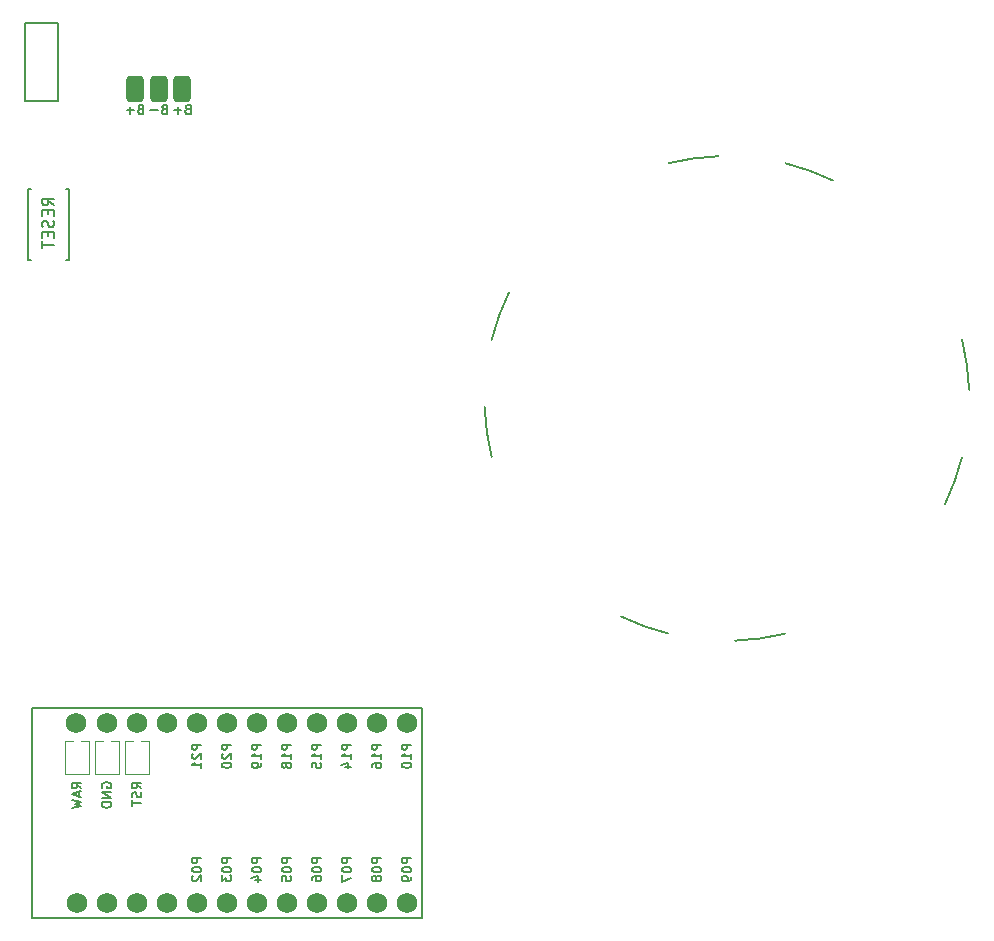
<source format=gbr>
%TF.GenerationSoftware,KiCad,Pcbnew,(6.0.4)*%
%TF.CreationDate,2022-07-07T20:03:21+02:00*%
%TF.ProjectId,battoota_min,62617474-6f6f-4746-915f-6d696e2e6b69,v1.0.0*%
%TF.SameCoordinates,Original*%
%TF.FileFunction,Legend,Bot*%
%TF.FilePolarity,Positive*%
%FSLAX46Y46*%
G04 Gerber Fmt 4.6, Leading zero omitted, Abs format (unit mm)*
G04 Created by KiCad (PCBNEW (6.0.4)) date 2022-07-07 20:03:21*
%MOMM*%
%LPD*%
G01*
G04 APERTURE LIST*
G04 Aperture macros list*
%AMRoundRect*
0 Rectangle with rounded corners*
0 $1 Rounding radius*
0 $2 $3 $4 $5 $6 $7 $8 $9 X,Y pos of 4 corners*
0 Add a 4 corners polygon primitive as box body*
4,1,4,$2,$3,$4,$5,$6,$7,$8,$9,$2,$3,0*
0 Add four circle primitives for the rounded corners*
1,1,$1+$1,$2,$3*
1,1,$1+$1,$4,$5*
1,1,$1+$1,$6,$7*
1,1,$1+$1,$8,$9*
0 Add four rect primitives between the rounded corners*
20,1,$1+$1,$2,$3,$4,$5,0*
20,1,$1+$1,$4,$5,$6,$7,0*
20,1,$1+$1,$6,$7,$8,$9,0*
20,1,$1+$1,$8,$9,$2,$3,0*%
G04 Aperture macros list end*
%ADD10C,0.150000*%
%ADD11C,0.200000*%
%ADD12C,0.120000*%
%ADD13RoundRect,0.375000X-0.375000X-0.750000X0.375000X-0.750000X0.375000X0.750000X-0.375000X0.750000X0*%
%ADD14C,1.752600*%
G04 APERTURE END LIST*
D10*
%TO.C,PAD1*%
X207473441Y-68066973D02*
X207359155Y-68105068D01*
X207321060Y-68143163D01*
X207282965Y-68219354D01*
X207282965Y-68333639D01*
X207321060Y-68409830D01*
X207359155Y-68447925D01*
X207435346Y-68486020D01*
X207740107Y-68486020D01*
X207740107Y-67686020D01*
X207473441Y-67686020D01*
X207397250Y-67724116D01*
X207359155Y-67762211D01*
X207321060Y-67838401D01*
X207321060Y-67914592D01*
X207359155Y-67990782D01*
X207397250Y-68028877D01*
X207473441Y-68066973D01*
X207740107Y-68066973D01*
X206940107Y-68181258D02*
X206330584Y-68181258D01*
X206635346Y-68486020D02*
X206635346Y-67876496D01*
X203473441Y-68066973D02*
X203359155Y-68105068D01*
X203321060Y-68143163D01*
X203282965Y-68219354D01*
X203282965Y-68333639D01*
X203321060Y-68409830D01*
X203359155Y-68447925D01*
X203435346Y-68486020D01*
X203740107Y-68486020D01*
X203740107Y-67686020D01*
X203473441Y-67686020D01*
X203397250Y-67724116D01*
X203359155Y-67762211D01*
X203321060Y-67838401D01*
X203321060Y-67914592D01*
X203359155Y-67990782D01*
X203397250Y-68028877D01*
X203473441Y-68066973D01*
X203740107Y-68066973D01*
X202940107Y-68181258D02*
X202330584Y-68181258D01*
X202635346Y-68486020D02*
X202635346Y-67876496D01*
X205473441Y-68066973D02*
X205359155Y-68105068D01*
X205321060Y-68143163D01*
X205282965Y-68219354D01*
X205282965Y-68333639D01*
X205321060Y-68409830D01*
X205359155Y-68447925D01*
X205435346Y-68486020D01*
X205740107Y-68486020D01*
X205740107Y-67686020D01*
X205473441Y-67686020D01*
X205397250Y-67724116D01*
X205359155Y-67762211D01*
X205321060Y-67838401D01*
X205321060Y-67914592D01*
X205359155Y-67990782D01*
X205397250Y-68028877D01*
X205473441Y-68066973D01*
X205740107Y-68066973D01*
X204940107Y-68181258D02*
X204330584Y-68181258D01*
%TO.C,B1*%
X196159380Y-76219619D02*
X195683190Y-75886285D01*
X196159380Y-75648190D02*
X195159380Y-75648190D01*
X195159380Y-76029142D01*
X195207000Y-76124380D01*
X195254619Y-76172000D01*
X195349857Y-76219619D01*
X195492714Y-76219619D01*
X195587952Y-76172000D01*
X195635571Y-76124380D01*
X195683190Y-76029142D01*
X195683190Y-75648190D01*
X195635571Y-76648190D02*
X195635571Y-76981523D01*
X196159380Y-77124380D02*
X196159380Y-76648190D01*
X195159380Y-76648190D01*
X195159380Y-77124380D01*
X196111761Y-77505333D02*
X196159380Y-77648190D01*
X196159380Y-77886285D01*
X196111761Y-77981523D01*
X196064142Y-78029142D01*
X195968904Y-78076761D01*
X195873666Y-78076761D01*
X195778428Y-78029142D01*
X195730809Y-77981523D01*
X195683190Y-77886285D01*
X195635571Y-77695809D01*
X195587952Y-77600571D01*
X195540333Y-77552952D01*
X195445095Y-77505333D01*
X195349857Y-77505333D01*
X195254619Y-77552952D01*
X195207000Y-77600571D01*
X195159380Y-77695809D01*
X195159380Y-77933904D01*
X195207000Y-78076761D01*
X195635571Y-78505333D02*
X195635571Y-78838666D01*
X196159380Y-78981523D02*
X196159380Y-78505333D01*
X195159380Y-78505333D01*
X195159380Y-78981523D01*
X195159380Y-79267238D02*
X195159380Y-79838666D01*
X196159380Y-79552952D02*
X195159380Y-79552952D01*
%TO.C,MCU1*%
X218801904Y-121863571D02*
X218001904Y-121863571D01*
X218001904Y-122168333D01*
X218040000Y-122244523D01*
X218078095Y-122282619D01*
X218154285Y-122320714D01*
X218268571Y-122320714D01*
X218344761Y-122282619D01*
X218382857Y-122244523D01*
X218420952Y-122168333D01*
X218420952Y-121863571D01*
X218801904Y-123082619D02*
X218801904Y-122625476D01*
X218801904Y-122854047D02*
X218001904Y-122854047D01*
X218116190Y-122777857D01*
X218192380Y-122701666D01*
X218230476Y-122625476D01*
X218001904Y-123806428D02*
X218001904Y-123425476D01*
X218382857Y-123387380D01*
X218344761Y-123425476D01*
X218306666Y-123501666D01*
X218306666Y-123692142D01*
X218344761Y-123768333D01*
X218382857Y-123806428D01*
X218459047Y-123844523D01*
X218649523Y-123844523D01*
X218725714Y-123806428D01*
X218763809Y-123768333D01*
X218801904Y-123692142D01*
X218801904Y-123501666D01*
X218763809Y-123425476D01*
X218725714Y-123387380D01*
X221341904Y-131463571D02*
X220541904Y-131463571D01*
X220541904Y-131768333D01*
X220580000Y-131844523D01*
X220618095Y-131882619D01*
X220694285Y-131920714D01*
X220808571Y-131920714D01*
X220884761Y-131882619D01*
X220922857Y-131844523D01*
X220960952Y-131768333D01*
X220960952Y-131463571D01*
X220541904Y-132415952D02*
X220541904Y-132492142D01*
X220580000Y-132568333D01*
X220618095Y-132606428D01*
X220694285Y-132644523D01*
X220846666Y-132682619D01*
X221037142Y-132682619D01*
X221189523Y-132644523D01*
X221265714Y-132606428D01*
X221303809Y-132568333D01*
X221341904Y-132492142D01*
X221341904Y-132415952D01*
X221303809Y-132339761D01*
X221265714Y-132301666D01*
X221189523Y-132263571D01*
X221037142Y-132225476D01*
X220846666Y-132225476D01*
X220694285Y-132263571D01*
X220618095Y-132301666D01*
X220580000Y-132339761D01*
X220541904Y-132415952D01*
X220541904Y-132949285D02*
X220541904Y-133482619D01*
X221341904Y-133139761D01*
X216261904Y-121863571D02*
X215461904Y-121863571D01*
X215461904Y-122168333D01*
X215500000Y-122244523D01*
X215538095Y-122282619D01*
X215614285Y-122320714D01*
X215728571Y-122320714D01*
X215804761Y-122282619D01*
X215842857Y-122244523D01*
X215880952Y-122168333D01*
X215880952Y-121863571D01*
X216261904Y-123082619D02*
X216261904Y-122625476D01*
X216261904Y-122854047D02*
X215461904Y-122854047D01*
X215576190Y-122777857D01*
X215652380Y-122701666D01*
X215690476Y-122625476D01*
X215804761Y-123539761D02*
X215766666Y-123463571D01*
X215728571Y-123425476D01*
X215652380Y-123387380D01*
X215614285Y-123387380D01*
X215538095Y-123425476D01*
X215500000Y-123463571D01*
X215461904Y-123539761D01*
X215461904Y-123692142D01*
X215500000Y-123768333D01*
X215538095Y-123806428D01*
X215614285Y-123844523D01*
X215652380Y-123844523D01*
X215728571Y-123806428D01*
X215766666Y-123768333D01*
X215804761Y-123692142D01*
X215804761Y-123539761D01*
X215842857Y-123463571D01*
X215880952Y-123425476D01*
X215957142Y-123387380D01*
X216109523Y-123387380D01*
X216185714Y-123425476D01*
X216223809Y-123463571D01*
X216261904Y-123539761D01*
X216261904Y-123692142D01*
X216223809Y-123768333D01*
X216185714Y-123806428D01*
X216109523Y-123844523D01*
X215957142Y-123844523D01*
X215880952Y-123806428D01*
X215842857Y-123768333D01*
X215804761Y-123692142D01*
X213721904Y-121863571D02*
X212921904Y-121863571D01*
X212921904Y-122168333D01*
X212960000Y-122244523D01*
X212998095Y-122282619D01*
X213074285Y-122320714D01*
X213188571Y-122320714D01*
X213264761Y-122282619D01*
X213302857Y-122244523D01*
X213340952Y-122168333D01*
X213340952Y-121863571D01*
X213721904Y-123082619D02*
X213721904Y-122625476D01*
X213721904Y-122854047D02*
X212921904Y-122854047D01*
X213036190Y-122777857D01*
X213112380Y-122701666D01*
X213150476Y-122625476D01*
X213721904Y-123463571D02*
X213721904Y-123615952D01*
X213683809Y-123692142D01*
X213645714Y-123730238D01*
X213531428Y-123806428D01*
X213379047Y-123844523D01*
X213074285Y-123844523D01*
X212998095Y-123806428D01*
X212960000Y-123768333D01*
X212921904Y-123692142D01*
X212921904Y-123539761D01*
X212960000Y-123463571D01*
X212998095Y-123425476D01*
X213074285Y-123387380D01*
X213264761Y-123387380D01*
X213340952Y-123425476D01*
X213379047Y-123463571D01*
X213417142Y-123539761D01*
X213417142Y-123692142D01*
X213379047Y-123768333D01*
X213340952Y-123806428D01*
X213264761Y-123844523D01*
X216261904Y-131463571D02*
X215461904Y-131463571D01*
X215461904Y-131768333D01*
X215500000Y-131844523D01*
X215538095Y-131882619D01*
X215614285Y-131920714D01*
X215728571Y-131920714D01*
X215804761Y-131882619D01*
X215842857Y-131844523D01*
X215880952Y-131768333D01*
X215880952Y-131463571D01*
X215461904Y-132415952D02*
X215461904Y-132492142D01*
X215500000Y-132568333D01*
X215538095Y-132606428D01*
X215614285Y-132644523D01*
X215766666Y-132682619D01*
X215957142Y-132682619D01*
X216109523Y-132644523D01*
X216185714Y-132606428D01*
X216223809Y-132568333D01*
X216261904Y-132492142D01*
X216261904Y-132415952D01*
X216223809Y-132339761D01*
X216185714Y-132301666D01*
X216109523Y-132263571D01*
X215957142Y-132225476D01*
X215766666Y-132225476D01*
X215614285Y-132263571D01*
X215538095Y-132301666D01*
X215500000Y-132339761D01*
X215461904Y-132415952D01*
X215461904Y-133406428D02*
X215461904Y-133025476D01*
X215842857Y-132987380D01*
X215804761Y-133025476D01*
X215766666Y-133101666D01*
X215766666Y-133292142D01*
X215804761Y-133368333D01*
X215842857Y-133406428D01*
X215919047Y-133444523D01*
X216109523Y-133444523D01*
X216185714Y-133406428D01*
X216223809Y-133368333D01*
X216261904Y-133292142D01*
X216261904Y-133101666D01*
X216223809Y-133025476D01*
X216185714Y-132987380D01*
X211181904Y-121863571D02*
X210381904Y-121863571D01*
X210381904Y-122168333D01*
X210420000Y-122244523D01*
X210458095Y-122282619D01*
X210534285Y-122320714D01*
X210648571Y-122320714D01*
X210724761Y-122282619D01*
X210762857Y-122244523D01*
X210800952Y-122168333D01*
X210800952Y-121863571D01*
X210458095Y-122625476D02*
X210420000Y-122663571D01*
X210381904Y-122739761D01*
X210381904Y-122930238D01*
X210420000Y-123006428D01*
X210458095Y-123044523D01*
X210534285Y-123082619D01*
X210610476Y-123082619D01*
X210724761Y-123044523D01*
X211181904Y-122587380D01*
X211181904Y-123082619D01*
X210381904Y-123577857D02*
X210381904Y-123654047D01*
X210420000Y-123730238D01*
X210458095Y-123768333D01*
X210534285Y-123806428D01*
X210686666Y-123844523D01*
X210877142Y-123844523D01*
X211029523Y-123806428D01*
X211105714Y-123768333D01*
X211143809Y-123730238D01*
X211181904Y-123654047D01*
X211181904Y-123577857D01*
X211143809Y-123501666D01*
X211105714Y-123463571D01*
X211029523Y-123425476D01*
X210877142Y-123387380D01*
X210686666Y-123387380D01*
X210534285Y-123425476D01*
X210458095Y-123463571D01*
X210420000Y-123501666D01*
X210381904Y-123577857D01*
X223881904Y-131463571D02*
X223081904Y-131463571D01*
X223081904Y-131768333D01*
X223120000Y-131844523D01*
X223158095Y-131882619D01*
X223234285Y-131920714D01*
X223348571Y-131920714D01*
X223424761Y-131882619D01*
X223462857Y-131844523D01*
X223500952Y-131768333D01*
X223500952Y-131463571D01*
X223081904Y-132415952D02*
X223081904Y-132492142D01*
X223120000Y-132568333D01*
X223158095Y-132606428D01*
X223234285Y-132644523D01*
X223386666Y-132682619D01*
X223577142Y-132682619D01*
X223729523Y-132644523D01*
X223805714Y-132606428D01*
X223843809Y-132568333D01*
X223881904Y-132492142D01*
X223881904Y-132415952D01*
X223843809Y-132339761D01*
X223805714Y-132301666D01*
X223729523Y-132263571D01*
X223577142Y-132225476D01*
X223386666Y-132225476D01*
X223234285Y-132263571D01*
X223158095Y-132301666D01*
X223120000Y-132339761D01*
X223081904Y-132415952D01*
X223424761Y-133139761D02*
X223386666Y-133063571D01*
X223348571Y-133025476D01*
X223272380Y-132987380D01*
X223234285Y-132987380D01*
X223158095Y-133025476D01*
X223120000Y-133063571D01*
X223081904Y-133139761D01*
X223081904Y-133292142D01*
X223120000Y-133368333D01*
X223158095Y-133406428D01*
X223234285Y-133444523D01*
X223272380Y-133444523D01*
X223348571Y-133406428D01*
X223386666Y-133368333D01*
X223424761Y-133292142D01*
X223424761Y-133139761D01*
X223462857Y-133063571D01*
X223500952Y-133025476D01*
X223577142Y-132987380D01*
X223729523Y-132987380D01*
X223805714Y-133025476D01*
X223843809Y-133063571D01*
X223881904Y-133139761D01*
X223881904Y-133292142D01*
X223843809Y-133368333D01*
X223805714Y-133406428D01*
X223729523Y-133444523D01*
X223577142Y-133444523D01*
X223500952Y-133406428D01*
X223462857Y-133368333D01*
X223424761Y-133292142D01*
X200260000Y-125526239D02*
X200221904Y-125450048D01*
X200221904Y-125335763D01*
X200260000Y-125221477D01*
X200336190Y-125145286D01*
X200412380Y-125107191D01*
X200564761Y-125069096D01*
X200679047Y-125069096D01*
X200831428Y-125107191D01*
X200907619Y-125145286D01*
X200983809Y-125221477D01*
X201021904Y-125335763D01*
X201021904Y-125411953D01*
X200983809Y-125526239D01*
X200945714Y-125564334D01*
X200679047Y-125564334D01*
X200679047Y-125411953D01*
X201021904Y-125907191D02*
X200221904Y-125907191D01*
X201021904Y-126364334D01*
X200221904Y-126364334D01*
X201021904Y-126745286D02*
X200221904Y-126745286D01*
X200221904Y-126935763D01*
X200260000Y-127050048D01*
X200336190Y-127126239D01*
X200412380Y-127164334D01*
X200564761Y-127202429D01*
X200679047Y-127202429D01*
X200831428Y-127164334D01*
X200907619Y-127126239D01*
X200983809Y-127050048D01*
X201021904Y-126935763D01*
X201021904Y-126745286D01*
X208641904Y-121863571D02*
X207841904Y-121863571D01*
X207841904Y-122168333D01*
X207880000Y-122244523D01*
X207918095Y-122282619D01*
X207994285Y-122320714D01*
X208108571Y-122320714D01*
X208184761Y-122282619D01*
X208222857Y-122244523D01*
X208260952Y-122168333D01*
X208260952Y-121863571D01*
X207918095Y-122625476D02*
X207880000Y-122663571D01*
X207841904Y-122739761D01*
X207841904Y-122930238D01*
X207880000Y-123006428D01*
X207918095Y-123044523D01*
X207994285Y-123082619D01*
X208070476Y-123082619D01*
X208184761Y-123044523D01*
X208641904Y-122587380D01*
X208641904Y-123082619D01*
X208641904Y-123844523D02*
X208641904Y-123387380D01*
X208641904Y-123615952D02*
X207841904Y-123615952D01*
X207956190Y-123539761D01*
X208032380Y-123463571D01*
X208070476Y-123387380D01*
X203561904Y-125583381D02*
X203180952Y-125316715D01*
X203561904Y-125126238D02*
X202761904Y-125126238D01*
X202761904Y-125431000D01*
X202800000Y-125507191D01*
X202838095Y-125545286D01*
X202914285Y-125583381D01*
X203028571Y-125583381D01*
X203104761Y-125545286D01*
X203142857Y-125507191D01*
X203180952Y-125431000D01*
X203180952Y-125126238D01*
X203523809Y-125888143D02*
X203561904Y-126002429D01*
X203561904Y-126192905D01*
X203523809Y-126269096D01*
X203485714Y-126307191D01*
X203409523Y-126345286D01*
X203333333Y-126345286D01*
X203257142Y-126307191D01*
X203219047Y-126269096D01*
X203180952Y-126192905D01*
X203142857Y-126040524D01*
X203104761Y-125964334D01*
X203066666Y-125926238D01*
X202990476Y-125888143D01*
X202914285Y-125888143D01*
X202838095Y-125926238D01*
X202800000Y-125964334D01*
X202761904Y-126040524D01*
X202761904Y-126231000D01*
X202800000Y-126345286D01*
X202761904Y-126573857D02*
X202761904Y-127031000D01*
X203561904Y-126802429D02*
X202761904Y-126802429D01*
X211181904Y-131463571D02*
X210381904Y-131463571D01*
X210381904Y-131768333D01*
X210420000Y-131844523D01*
X210458095Y-131882619D01*
X210534285Y-131920714D01*
X210648571Y-131920714D01*
X210724761Y-131882619D01*
X210762857Y-131844523D01*
X210800952Y-131768333D01*
X210800952Y-131463571D01*
X210381904Y-132415952D02*
X210381904Y-132492142D01*
X210420000Y-132568333D01*
X210458095Y-132606428D01*
X210534285Y-132644523D01*
X210686666Y-132682619D01*
X210877142Y-132682619D01*
X211029523Y-132644523D01*
X211105714Y-132606428D01*
X211143809Y-132568333D01*
X211181904Y-132492142D01*
X211181904Y-132415952D01*
X211143809Y-132339761D01*
X211105714Y-132301666D01*
X211029523Y-132263571D01*
X210877142Y-132225476D01*
X210686666Y-132225476D01*
X210534285Y-132263571D01*
X210458095Y-132301666D01*
X210420000Y-132339761D01*
X210381904Y-132415952D01*
X210381904Y-132949285D02*
X210381904Y-133444523D01*
X210686666Y-133177857D01*
X210686666Y-133292142D01*
X210724761Y-133368333D01*
X210762857Y-133406428D01*
X210839047Y-133444523D01*
X211029523Y-133444523D01*
X211105714Y-133406428D01*
X211143809Y-133368333D01*
X211181904Y-133292142D01*
X211181904Y-133063571D01*
X211143809Y-132987380D01*
X211105714Y-132949285D01*
X226421904Y-121863571D02*
X225621904Y-121863571D01*
X225621904Y-122168333D01*
X225660000Y-122244523D01*
X225698095Y-122282619D01*
X225774285Y-122320714D01*
X225888571Y-122320714D01*
X225964761Y-122282619D01*
X226002857Y-122244523D01*
X226040952Y-122168333D01*
X226040952Y-121863571D01*
X226421904Y-123082619D02*
X226421904Y-122625476D01*
X226421904Y-122854047D02*
X225621904Y-122854047D01*
X225736190Y-122777857D01*
X225812380Y-122701666D01*
X225850476Y-122625476D01*
X225621904Y-123577857D02*
X225621904Y-123654047D01*
X225660000Y-123730238D01*
X225698095Y-123768333D01*
X225774285Y-123806428D01*
X225926666Y-123844523D01*
X226117142Y-123844523D01*
X226269523Y-123806428D01*
X226345714Y-123768333D01*
X226383809Y-123730238D01*
X226421904Y-123654047D01*
X226421904Y-123577857D01*
X226383809Y-123501666D01*
X226345714Y-123463571D01*
X226269523Y-123425476D01*
X226117142Y-123387380D01*
X225926666Y-123387380D01*
X225774285Y-123425476D01*
X225698095Y-123463571D01*
X225660000Y-123501666D01*
X225621904Y-123577857D01*
X221341904Y-121863571D02*
X220541904Y-121863571D01*
X220541904Y-122168333D01*
X220580000Y-122244523D01*
X220618095Y-122282619D01*
X220694285Y-122320714D01*
X220808571Y-122320714D01*
X220884761Y-122282619D01*
X220922857Y-122244523D01*
X220960952Y-122168333D01*
X220960952Y-121863571D01*
X221341904Y-123082619D02*
X221341904Y-122625476D01*
X221341904Y-122854047D02*
X220541904Y-122854047D01*
X220656190Y-122777857D01*
X220732380Y-122701666D01*
X220770476Y-122625476D01*
X220808571Y-123768333D02*
X221341904Y-123768333D01*
X220503809Y-123577857D02*
X221075238Y-123387380D01*
X221075238Y-123882619D01*
X223881904Y-121863571D02*
X223081904Y-121863571D01*
X223081904Y-122168333D01*
X223120000Y-122244523D01*
X223158095Y-122282619D01*
X223234285Y-122320714D01*
X223348571Y-122320714D01*
X223424761Y-122282619D01*
X223462857Y-122244523D01*
X223500952Y-122168333D01*
X223500952Y-121863571D01*
X223881904Y-123082619D02*
X223881904Y-122625476D01*
X223881904Y-122854047D02*
X223081904Y-122854047D01*
X223196190Y-122777857D01*
X223272380Y-122701666D01*
X223310476Y-122625476D01*
X223081904Y-123768333D02*
X223081904Y-123615952D01*
X223120000Y-123539761D01*
X223158095Y-123501666D01*
X223272380Y-123425476D01*
X223424761Y-123387380D01*
X223729523Y-123387380D01*
X223805714Y-123425476D01*
X223843809Y-123463571D01*
X223881904Y-123539761D01*
X223881904Y-123692142D01*
X223843809Y-123768333D01*
X223805714Y-123806428D01*
X223729523Y-123844523D01*
X223539047Y-123844523D01*
X223462857Y-123806428D01*
X223424761Y-123768333D01*
X223386666Y-123692142D01*
X223386666Y-123539761D01*
X223424761Y-123463571D01*
X223462857Y-123425476D01*
X223539047Y-123387380D01*
X208641904Y-131463571D02*
X207841904Y-131463571D01*
X207841904Y-131768333D01*
X207880000Y-131844523D01*
X207918095Y-131882619D01*
X207994285Y-131920714D01*
X208108571Y-131920714D01*
X208184761Y-131882619D01*
X208222857Y-131844523D01*
X208260952Y-131768333D01*
X208260952Y-131463571D01*
X207841904Y-132415952D02*
X207841904Y-132492142D01*
X207880000Y-132568333D01*
X207918095Y-132606428D01*
X207994285Y-132644523D01*
X208146666Y-132682619D01*
X208337142Y-132682619D01*
X208489523Y-132644523D01*
X208565714Y-132606428D01*
X208603809Y-132568333D01*
X208641904Y-132492142D01*
X208641904Y-132415952D01*
X208603809Y-132339761D01*
X208565714Y-132301666D01*
X208489523Y-132263571D01*
X208337142Y-132225476D01*
X208146666Y-132225476D01*
X207994285Y-132263571D01*
X207918095Y-132301666D01*
X207880000Y-132339761D01*
X207841904Y-132415952D01*
X207918095Y-132987380D02*
X207880000Y-133025476D01*
X207841904Y-133101666D01*
X207841904Y-133292142D01*
X207880000Y-133368333D01*
X207918095Y-133406428D01*
X207994285Y-133444523D01*
X208070476Y-133444523D01*
X208184761Y-133406428D01*
X208641904Y-132949285D01*
X208641904Y-133444523D01*
X226421904Y-131463571D02*
X225621904Y-131463571D01*
X225621904Y-131768333D01*
X225660000Y-131844523D01*
X225698095Y-131882619D01*
X225774285Y-131920714D01*
X225888571Y-131920714D01*
X225964761Y-131882619D01*
X226002857Y-131844523D01*
X226040952Y-131768333D01*
X226040952Y-131463571D01*
X225621904Y-132415952D02*
X225621904Y-132492142D01*
X225660000Y-132568333D01*
X225698095Y-132606428D01*
X225774285Y-132644523D01*
X225926666Y-132682619D01*
X226117142Y-132682619D01*
X226269523Y-132644523D01*
X226345714Y-132606428D01*
X226383809Y-132568333D01*
X226421904Y-132492142D01*
X226421904Y-132415952D01*
X226383809Y-132339761D01*
X226345714Y-132301666D01*
X226269523Y-132263571D01*
X226117142Y-132225476D01*
X225926666Y-132225476D01*
X225774285Y-132263571D01*
X225698095Y-132301666D01*
X225660000Y-132339761D01*
X225621904Y-132415952D01*
X226421904Y-133063571D02*
X226421904Y-133215952D01*
X226383809Y-133292142D01*
X226345714Y-133330238D01*
X226231428Y-133406428D01*
X226079047Y-133444523D01*
X225774285Y-133444523D01*
X225698095Y-133406428D01*
X225660000Y-133368333D01*
X225621904Y-133292142D01*
X225621904Y-133139761D01*
X225660000Y-133063571D01*
X225698095Y-133025476D01*
X225774285Y-132987380D01*
X225964761Y-132987380D01*
X226040952Y-133025476D01*
X226079047Y-133063571D01*
X226117142Y-133139761D01*
X226117142Y-133292142D01*
X226079047Y-133368333D01*
X226040952Y-133406428D01*
X225964761Y-133444523D01*
X213721904Y-131463571D02*
X212921904Y-131463571D01*
X212921904Y-131768333D01*
X212960000Y-131844523D01*
X212998095Y-131882619D01*
X213074285Y-131920714D01*
X213188571Y-131920714D01*
X213264761Y-131882619D01*
X213302857Y-131844523D01*
X213340952Y-131768333D01*
X213340952Y-131463571D01*
X212921904Y-132415952D02*
X212921904Y-132492142D01*
X212960000Y-132568333D01*
X212998095Y-132606428D01*
X213074285Y-132644523D01*
X213226666Y-132682619D01*
X213417142Y-132682619D01*
X213569523Y-132644523D01*
X213645714Y-132606428D01*
X213683809Y-132568333D01*
X213721904Y-132492142D01*
X213721904Y-132415952D01*
X213683809Y-132339761D01*
X213645714Y-132301666D01*
X213569523Y-132263571D01*
X213417142Y-132225476D01*
X213226666Y-132225476D01*
X213074285Y-132263571D01*
X212998095Y-132301666D01*
X212960000Y-132339761D01*
X212921904Y-132415952D01*
X213188571Y-133368333D02*
X213721904Y-133368333D01*
X212883809Y-133177857D02*
X213455238Y-132987380D01*
X213455238Y-133482619D01*
X198481904Y-125583382D02*
X198100952Y-125316715D01*
X198481904Y-125126239D02*
X197681904Y-125126239D01*
X197681904Y-125431001D01*
X197720000Y-125507191D01*
X197758095Y-125545286D01*
X197834285Y-125583382D01*
X197948571Y-125583382D01*
X198024761Y-125545286D01*
X198062857Y-125507191D01*
X198100952Y-125431001D01*
X198100952Y-125126239D01*
X198253333Y-125888143D02*
X198253333Y-126269096D01*
X198481904Y-125811953D02*
X197681904Y-126078620D01*
X198481904Y-126345286D01*
X197681904Y-126535763D02*
X198481904Y-126726239D01*
X197910476Y-126878620D01*
X198481904Y-127031001D01*
X197681904Y-127221477D01*
X218801904Y-131463571D02*
X218001904Y-131463571D01*
X218001904Y-131768333D01*
X218040000Y-131844523D01*
X218078095Y-131882619D01*
X218154285Y-131920714D01*
X218268571Y-131920714D01*
X218344761Y-131882619D01*
X218382857Y-131844523D01*
X218420952Y-131768333D01*
X218420952Y-131463571D01*
X218001904Y-132415952D02*
X218001904Y-132492142D01*
X218040000Y-132568333D01*
X218078095Y-132606428D01*
X218154285Y-132644523D01*
X218306666Y-132682619D01*
X218497142Y-132682619D01*
X218649523Y-132644523D01*
X218725714Y-132606428D01*
X218763809Y-132568333D01*
X218801904Y-132492142D01*
X218801904Y-132415952D01*
X218763809Y-132339761D01*
X218725714Y-132301666D01*
X218649523Y-132263571D01*
X218497142Y-132225476D01*
X218306666Y-132225476D01*
X218154285Y-132263571D01*
X218078095Y-132301666D01*
X218040000Y-132339761D01*
X218001904Y-132415952D01*
X218001904Y-133368333D02*
X218001904Y-133215952D01*
X218040000Y-133139761D01*
X218078095Y-133101666D01*
X218192380Y-133025476D01*
X218344761Y-132987380D01*
X218649523Y-132987380D01*
X218725714Y-133025476D01*
X218763809Y-133063571D01*
X218801904Y-133139761D01*
X218801904Y-133292142D01*
X218763809Y-133368333D01*
X218725714Y-133406428D01*
X218649523Y-133444523D01*
X218459047Y-133444523D01*
X218382857Y-133406428D01*
X218344761Y-133368333D01*
X218306666Y-133292142D01*
X218306666Y-133139761D01*
X218344761Y-133063571D01*
X218382857Y-133025476D01*
X218459047Y-132987380D01*
%TO.C,T2*%
X193671762Y-62115501D02*
X193671762Y-66015501D01*
X196521762Y-60765501D02*
X193671762Y-60765501D01*
X193671762Y-67365501D02*
X196521762Y-67365501D01*
X196521762Y-67365501D02*
X196521762Y-60765501D01*
X193671762Y-64065501D02*
X193671762Y-67365501D01*
X193671762Y-64065501D02*
X193671762Y-60765501D01*
D11*
%TO.C,REF\u002A\u002A*%
X252415814Y-72052982D02*
G75*
G03*
X248179937Y-72647334I717828J-20507376D01*
G01*
X273641017Y-91842530D02*
G75*
G03*
X273046665Y-87606651I-20507375J-717828D01*
G01*
X262119250Y-74112416D02*
G75*
G03*
X258099507Y-72650363I-8985611J-18447956D01*
G01*
X234685698Y-83574755D02*
G75*
G03*
X233223647Y-87594493I18448060J-8985645D01*
G01*
X232626266Y-93278186D02*
G75*
G03*
X233220618Y-97514063I20507376J717828D01*
G01*
X253851470Y-113067734D02*
G75*
G03*
X258087346Y-112473382I-717832J20507396D01*
G01*
X271581585Y-101545965D02*
G75*
G03*
X273043637Y-97526223I-18447943J8985607D01*
G01*
X244148037Y-111008302D02*
G75*
G03*
X248167777Y-112470353I8985605J18447944D01*
G01*
D10*
%TO.C,B1*%
X197457000Y-80799000D02*
X197207000Y-80799000D01*
X197457000Y-74799000D02*
X197457000Y-80799000D01*
X193957000Y-74799000D02*
X194207000Y-74799000D01*
X194207000Y-80799000D02*
X193957000Y-80799000D01*
X193957000Y-80799000D02*
X193957000Y-74799000D01*
X197207000Y-74799000D02*
X197457000Y-74799000D01*
D12*
%TO.C,MCU1*%
X202200000Y-121596477D02*
X202200000Y-124396477D01*
D10*
X194310000Y-118745000D02*
X227330000Y-118745000D01*
D12*
X199660000Y-121596477D02*
X199660000Y-124396477D01*
X199120000Y-121596477D02*
X198440000Y-121596477D01*
X201660000Y-121596477D02*
X200990000Y-121596477D01*
X197120000Y-121596477D02*
X197120000Y-124396477D01*
X204200000Y-121596477D02*
X203515000Y-121596477D01*
D10*
X227330000Y-136525000D02*
X194310000Y-136525000D01*
D12*
X197790000Y-121596477D02*
X197120000Y-121596477D01*
X202865000Y-121596477D02*
X202200000Y-121596477D01*
X199120000Y-124396477D02*
X199120000Y-121596477D01*
X199660000Y-124396477D02*
X201660000Y-124396477D01*
X200340000Y-121596477D02*
X199660000Y-121596477D01*
X204200000Y-124396477D02*
X204200000Y-121596477D01*
D10*
X227330000Y-118745000D02*
X227330000Y-136525000D01*
D12*
X202200000Y-124396477D02*
X204200000Y-124396477D01*
X201660000Y-124396477D02*
X201660000Y-121596477D01*
D10*
X194310000Y-136525000D02*
X194310000Y-118745000D01*
D12*
X197120000Y-124396477D02*
X199120000Y-124396477D01*
%TD*%
D13*
%TO.C,PAD1*%
X207035346Y-66324116D03*
X205035346Y-66324116D03*
X203035346Y-66324116D03*
%TD*%
D14*
%TO.C,MCU1*%
X203200000Y-120015000D03*
X198036254Y-120015000D03*
X200660000Y-120015000D03*
X203200000Y-135255000D03*
X200660000Y-135255000D03*
X198120000Y-135255000D03*
X205740000Y-120015000D03*
X208280000Y-120015000D03*
X210820000Y-120015000D03*
X213360000Y-120015000D03*
X215900000Y-120015000D03*
X218440000Y-120015000D03*
X220980000Y-120015000D03*
X223520000Y-120015000D03*
X226060000Y-120015000D03*
X205740000Y-135255000D03*
X208280000Y-135255000D03*
X210820000Y-135255000D03*
X213360000Y-135255000D03*
X215900000Y-135255000D03*
X218440000Y-135255000D03*
X220980000Y-135255000D03*
X223520000Y-135255000D03*
X226060000Y-135255000D03*
%TD*%
M02*

</source>
